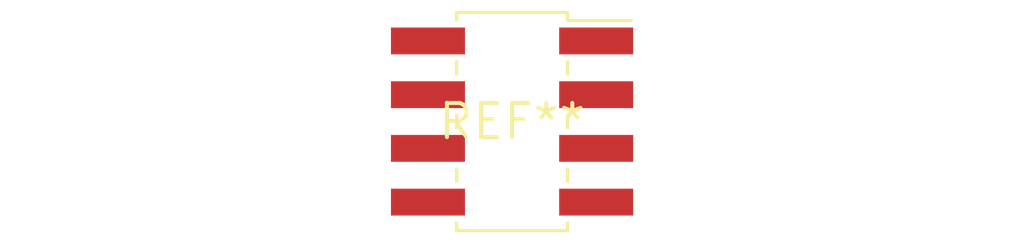
<source format=kicad_pcb>
(kicad_pcb (version 20240108) (generator pcbnew)
  (layers (0 "F.Cu" signal) (31 "B.Cu" signal) (34 "B.Paste" user) (35 "F.Paste" user) (36 "B.SilkS" user "B.Silkscreen") (37 "F.SilkS" user "F.Silkscreen") (38 "B.Mask" user) (39 "F.Mask" user) (44 "Edge.Cuts" user))
  (net 0 "")
  (footprint "PinSocket_2x04_P2.00mm_Vertical_SMD" (layer "F.Cu") (at 0 0)
    (property "Reference" "REF**")
    (property "Value" "PinSocket_2x04_P2.00mm_Vertical_SMD")
    (fp_line (start -2.06 -4.06) (end -2.06 -3.76) (layer "F.SilkS") (stroke (width 0.12)))
    (fp_line (start -2.06 -4.06) (end 2.06 -4.06) (layer "F.SilkS") (stroke (width 0.12)))
    (fp_line (start -2.06 -2.24) (end -2.06 -1.76) (layer "F.SilkS") (stroke (width 0.12)))
    (fp_line (start -2.06 -0.24) (end -2.06 0.24) (layer "F.SilkS") (stroke (width 0.12)))
    (fp_line (start -2.06 1.76) (end -2.06 2.24) (layer "F.SilkS") (stroke (width 0.12)))
    (fp_line (start -2.06 3.76) (end -2.06 4.06) (layer "F.SilkS") (stroke (width 0.12)))
    (fp_line (start -2.06 4.06) (end 2.06 4.06) (layer "F.SilkS") (stroke (width 0.12)))
    (fp_line (start 2.06 -4.06) (end 2.06 -3.76) (layer "F.SilkS") (stroke (width 0.12)))
    (fp_line (start 2.06 -3.76) (end 4.44 -3.76) (layer "F.SilkS") (stroke (width 0.12)))
    (fp_line (start 2.06 -2.24) (end 2.06 -1.76) (layer "F.SilkS") (stroke (width 0.12)))
    (fp_line (start 2.06 -0.24) (end 2.06 0.24) (layer "F.SilkS") (stroke (width 0.12)))
    (fp_line (start 2.06 1.76) (end 2.06 2.24) (layer "F.SilkS") (stroke (width 0.12)))
    (fp_line (start 2.06 3.76) (end 2.06 4.06) (layer "F.SilkS") (stroke (width 0.12)))
    (pad "1" smd rect (at 3.125 -3) (size 2.75 1) (layers "F.Cu" "F.Paste" "F.Mask"))
    (pad "2" smd rect (at -3.125 -3) (size 2.75 1) (layers "F.Cu" "F.Paste" "F.Mask"))
    (pad "3" smd rect (at 3.125 -1) (size 2.75 1) (layers "F.Cu" "F.Paste" "F.Mask"))
    (pad "4" smd rect (at -3.125 -1) (size 2.75 1) (layers "F.Cu" "F.Paste" "F.Mask"))
    (pad "5" smd rect (at 3.125 1) (size 2.75 1) (layers "F.Cu" "F.Paste" "F.Mask"))
    (pad "6" smd rect (at -3.125 1) (size 2.75 1) (layers "F.Cu" "F.Paste" "F.Mask"))
    (pad "7" smd rect (at 3.125 3) (size 2.75 1) (layers "F.Cu" "F.Paste" "F.Mask"))
    (pad "8" smd rect (at -3.125 3) (size 2.75 1) (layers "F.Cu" "F.Paste" "F.Mask"))
  )
)
</source>
